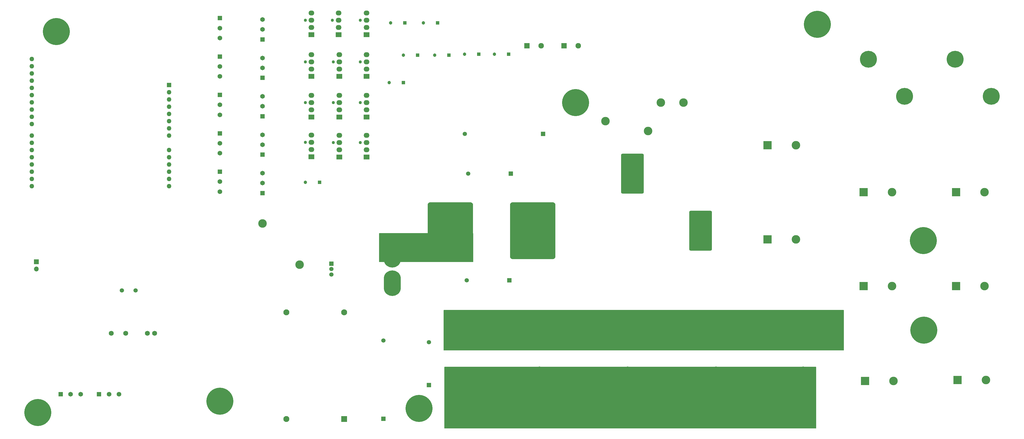
<source format=gbr>
%TF.GenerationSoftware,KiCad,Pcbnew,9.0.0*%
%TF.CreationDate,2025-04-28T23:59:21-07:00*%
%TF.ProjectId,DynamicBrakeGrid,44796e61-6d69-4634-9272-616b65477269,rev?*%
%TF.SameCoordinates,Original*%
%TF.FileFunction,Soldermask,Bot*%
%TF.FilePolarity,Negative*%
%FSLAX46Y46*%
G04 Gerber Fmt 4.6, Leading zero omitted, Abs format (unit mm)*
G04 Created by KiCad (PCBNEW 9.0.0) date 2025-04-28 23:59:21*
%MOMM*%
%LPD*%
G01*
G04 APERTURE LIST*
G04 Aperture macros list*
%AMRoundRect*
0 Rectangle with rounded corners*
0 $1 Rounding radius*
0 $2 $3 $4 $5 $6 $7 $8 $9 X,Y pos of 4 corners*
0 Add a 4 corners polygon primitive as box body*
4,1,4,$2,$3,$4,$5,$6,$7,$8,$9,$2,$3,0*
0 Add four circle primitives for the rounded corners*
1,1,$1+$1,$2,$3*
1,1,$1+$1,$4,$5*
1,1,$1+$1,$6,$7*
1,1,$1+$1,$8,$9*
0 Add four rect primitives between the rounded corners*
20,1,$1+$1,$2,$3,$4,$5,0*
20,1,$1+$1,$4,$5,$6,$7,0*
20,1,$1+$1,$6,$7,$8,$9,0*
20,1,$1+$1,$8,$9,$2,$3,0*%
%AMHorizOval*
0 Thick line with rounded ends*
0 $1 width*
0 $2 $3 position (X,Y) of the first rounded end (center of the circle)*
0 $4 $5 position (X,Y) of the second rounded end (center of the circle)*
0 Add line between two ends*
20,1,$1,$2,$3,$4,$5,0*
0 Add two circle primitives to create the rounded ends*
1,1,$1,$2,$3*
1,1,$1,$4,$5*%
G04 Aperture macros list end*
%ADD10C,0.200000*%
%ADD11C,5.940000*%
%ADD12C,1.100000*%
%ADD13R,2.030000X1.730000*%
%ADD14O,2.030000X1.730000*%
%ADD15R,1.950000X1.950000*%
%ADD16C,1.950000*%
%ADD17R,3.000000X3.000000*%
%ADD18C,3.000000*%
%ADD19C,9.500000*%
%ADD20R,1.500000X1.500000*%
%ADD21C,1.500000*%
%ADD22R,1.200000X1.200000*%
%ADD23C,1.200000*%
%ADD24RoundRect,1.000000X7.000000X9.000000X-7.000000X9.000000X-7.000000X-9.000000X7.000000X-9.000000X0*%
%ADD25RoundRect,0.500000X-3.500000X6.500000X-3.500000X-6.500000X3.500000X-6.500000X3.500000X6.500000X0*%
%ADD26R,1.650000X1.650000*%
%ADD27C,1.650000*%
%ADD28R,1.700000X1.700000*%
%ADD29O,1.700000X1.700000*%
%ADD30R,1.600000X1.600000*%
%ADD31O,1.600000X1.600000*%
%ADD32C,1.725000*%
%ADD33R,2.100000X2.100000*%
%ADD34C,2.100000*%
%ADD35HorizOval,0.800000X0.000000X0.000000X0.000000X0.000000X0*%
%ADD36HorizOval,0.800000X0.000000X0.000000X0.000000X0.000000X0*%
%ADD37C,0.800000*%
%ADD38O,6.000000X9.000000*%
G04 APERTURE END LIST*
D10*
X148750000Y-133000000D02*
X289250000Y-133000000D01*
X289250000Y-147000000D01*
X148750000Y-147000000D01*
X148750000Y-133000000D01*
G36*
X148750000Y-133000000D02*
G01*
X289250000Y-133000000D01*
X289250000Y-147000000D01*
X148750000Y-147000000D01*
X148750000Y-133000000D01*
G37*
X149000000Y-153000000D02*
X279500000Y-153000000D01*
X279500000Y-174500000D01*
X149000000Y-174500000D01*
X149000000Y-153000000D01*
G36*
X149000000Y-153000000D02*
G01*
X279500000Y-153000000D01*
X279500000Y-174500000D01*
X149000000Y-174500000D01*
X149000000Y-153000000D01*
G37*
X126000000Y-106000000D02*
X159000000Y-106000000D01*
X159000000Y-116000000D01*
X126000000Y-116000000D01*
X126000000Y-106000000D01*
G36*
X126000000Y-106000000D02*
G01*
X159000000Y-106000000D01*
X159000000Y-116000000D01*
X126000000Y-116000000D01*
X126000000Y-106000000D01*
G37*
D11*
%TO.C,J18*%
X310650000Y-57775000D03*
X297950000Y-44775000D03*
%TD*%
D12*
%TO.C,M2*%
X100000000Y-60000000D03*
D13*
X102160000Y-65080000D03*
D14*
X102160000Y-62540000D03*
X102160000Y-60000000D03*
X102160000Y-57460000D03*
%TD*%
D11*
%TO.C,J13*%
X341150000Y-57775000D03*
X328450000Y-44775000D03*
%TD*%
D15*
%TO.C,J1*%
X191000000Y-40000000D03*
D16*
X196000000Y-40000000D03*
%TD*%
D12*
%TO.C,M7*%
X109840000Y-74040000D03*
D13*
X112000000Y-79120000D03*
D14*
X112000000Y-76580000D03*
X112000000Y-74040000D03*
X112000000Y-71500000D03*
%TD*%
D17*
%TO.C,C12*%
X296300000Y-91500000D03*
D18*
X306300000Y-91500000D03*
%TD*%
D19*
%TO.C,H10*%
X70000000Y-165000000D03*
%TD*%
D11*
%TO.C,J22*%
X169650000Y-142725000D03*
X182350000Y-155725000D03*
%TD*%
D18*
%TO.C,TP25*%
X233000000Y-60000000D03*
%TD*%
D20*
%TO.C,C102*%
X143500000Y-159275000D03*
D21*
X143500000Y-144275000D03*
%TD*%
D22*
%TO.C,C6*%
X134500000Y-53000000D03*
D23*
X129500000Y-53000000D03*
%TD*%
D12*
%TO.C,M3*%
X100000000Y-45720000D03*
D13*
X102160000Y-50800000D03*
D14*
X102160000Y-48260000D03*
X102160000Y-45720000D03*
X102160000Y-43180000D03*
%TD*%
D20*
%TO.C,C104*%
X127500000Y-171125000D03*
D21*
X127500000Y-143625000D03*
%TD*%
D12*
%TO.C,M11*%
X119340000Y-59960000D03*
D13*
X121500000Y-65040000D03*
D14*
X121500000Y-62500000D03*
X121500000Y-59960000D03*
X121500000Y-57420000D03*
%TD*%
D12*
%TO.C,M6*%
X109840000Y-59960000D03*
D13*
X112000000Y-65040000D03*
D14*
X112000000Y-62500000D03*
X112000000Y-59960000D03*
X112000000Y-57420000D03*
%TD*%
D17*
%TO.C,C18*%
X262500000Y-108100000D03*
D18*
X272500000Y-108100000D03*
%TD*%
D24*
%TO.C,Q1*%
X151000000Y-105000000D03*
X180000000Y-105000000D03*
D25*
X215000000Y-85000000D03*
X239000000Y-105000000D03*
%TD*%
D19*
%TO.C,H9*%
X195000000Y-60000000D03*
%TD*%
D20*
%TO.C,C98*%
X183625000Y-71000000D03*
D21*
X156125000Y-71000000D03*
%TD*%
D12*
%TO.C,M10*%
X119340000Y-45720000D03*
D13*
X121500000Y-50800000D03*
D14*
X121500000Y-48260000D03*
X121500000Y-45720000D03*
X121500000Y-43180000D03*
%TD*%
D26*
%TO.C,J15*%
X27500000Y-162500000D03*
D27*
X31000000Y-162500000D03*
X34500000Y-162500000D03*
%TD*%
D26*
%TO.C,J9*%
X70000000Y-70800000D03*
D27*
X70000000Y-74300000D03*
X70000000Y-77800000D03*
%TD*%
D22*
%TO.C,C4*%
X139500000Y-43300000D03*
D23*
X134500000Y-43300000D03*
%TD*%
D17*
%TO.C,C13*%
X296300000Y-124500000D03*
D18*
X306300000Y-124500000D03*
%TD*%
%TO.C,TP26*%
X98000000Y-117000000D03*
%TD*%
D26*
%TO.C,J14*%
X14000000Y-162500000D03*
D27*
X17500000Y-162500000D03*
X21000000Y-162500000D03*
%TD*%
D19*
%TO.C,H4*%
X317300000Y-108500000D03*
%TD*%
%TO.C,H1*%
X12500000Y-35000000D03*
%TD*%
D17*
%TO.C,C15*%
X328800000Y-124500000D03*
D18*
X338800000Y-124500000D03*
%TD*%
D26*
%TO.C,J5*%
X70000000Y-30300000D03*
D27*
X70000000Y-33800000D03*
X70000000Y-37300000D03*
%TD*%
D21*
%TO.C,Y1*%
X35500000Y-126000000D03*
X40380000Y-126000000D03*
%TD*%
D15*
%TO.C,J2*%
X177900000Y-40000000D03*
D16*
X182900000Y-40000000D03*
%TD*%
D26*
%TO.C,J12*%
X85000000Y-51300000D03*
D27*
X85000000Y-47800000D03*
X85000000Y-44300000D03*
%TD*%
D26*
%TO.C,J25*%
X85000000Y-37800000D03*
D27*
X85000000Y-34300000D03*
X85000000Y-30800000D03*
%TD*%
D28*
%TO.C,JP1*%
X5500000Y-115975000D03*
D29*
X5500000Y-118515000D03*
%TD*%
D12*
%TO.C,M9*%
X119340000Y-31000000D03*
D13*
X121500000Y-36080000D03*
D14*
X121500000Y-33540000D03*
X121500000Y-31000000D03*
X121500000Y-28460000D03*
%TD*%
D22*
%TO.C,C9*%
X150500000Y-43300000D03*
D23*
X145500000Y-43300000D03*
%TD*%
D26*
%TO.C,J7*%
X70000000Y-43800000D03*
D27*
X70000000Y-47300000D03*
X70000000Y-50800000D03*
%TD*%
D12*
%TO.C,M4*%
X109540000Y-31000000D03*
D13*
X111700000Y-36080000D03*
D14*
X111700000Y-33540000D03*
X111700000Y-31000000D03*
X111700000Y-28460000D03*
%TD*%
D26*
%TO.C,J24*%
X70000000Y-84300000D03*
D27*
X70000000Y-87800000D03*
X70000000Y-91300000D03*
%TD*%
D22*
%TO.C,C5*%
X135000000Y-32000000D03*
D23*
X130000000Y-32000000D03*
%TD*%
D18*
%TO.C,TP27*%
X85000000Y-102500000D03*
%TD*%
D26*
%TO.C,J6*%
X85000000Y-91800000D03*
D27*
X85000000Y-88300000D03*
X85000000Y-84800000D03*
%TD*%
D22*
%TO.C,C8*%
X161000000Y-43000000D03*
D23*
X156000000Y-43000000D03*
%TD*%
D30*
%TO.C,A1*%
X52130000Y-53825000D03*
D31*
X52130000Y-56365000D03*
X52130000Y-58905000D03*
X52130000Y-61445000D03*
X52130000Y-63985000D03*
X52130000Y-66525000D03*
X52130000Y-69065000D03*
X52130000Y-71605000D03*
X52130000Y-76685000D03*
X52130000Y-79225000D03*
X52130000Y-81765000D03*
X52130000Y-84305000D03*
X52130000Y-86845000D03*
X52130000Y-89385000D03*
X3870000Y-89385000D03*
X3870000Y-86845000D03*
X3870000Y-84305000D03*
X3870000Y-81765000D03*
X3870000Y-79225000D03*
X3870000Y-76685000D03*
X3870000Y-74145000D03*
X3870000Y-71605000D03*
X3870000Y-67545000D03*
X3870000Y-65005000D03*
X3870000Y-62465000D03*
X3870000Y-59925000D03*
X3870000Y-57385000D03*
X3870000Y-54845000D03*
X3870000Y-52305000D03*
X3870000Y-49765000D03*
X3870000Y-47225000D03*
X3870000Y-44685000D03*
%TD*%
D19*
%TO.C,H2*%
X317500000Y-140000000D03*
%TD*%
D20*
%TO.C,C96*%
X172275000Y-85000000D03*
D21*
X157275000Y-85000000D03*
%TD*%
D17*
%TO.C,C19*%
X329300000Y-157500000D03*
D18*
X339300000Y-157500000D03*
%TD*%
%TO.C,TP23*%
X220500000Y-69975000D03*
%TD*%
D32*
%TO.C,PS1*%
X47075000Y-141115000D03*
X44535000Y-141115000D03*
X36915000Y-141115000D03*
X31835000Y-141115000D03*
%TD*%
D11*
%TO.C,J20*%
X231650000Y-142725000D03*
X244350000Y-155725000D03*
%TD*%
D17*
%TO.C,C16*%
X296800000Y-157850000D03*
D18*
X306800000Y-157850000D03*
%TD*%
D26*
%TO.C,J8*%
X70000000Y-57300000D03*
D27*
X70000000Y-60800000D03*
X70000000Y-64300000D03*
%TD*%
D12*
%TO.C,M8*%
X100000000Y-31000000D03*
D13*
X102160000Y-36080000D03*
D14*
X102160000Y-33540000D03*
X102160000Y-31000000D03*
X102160000Y-28460000D03*
%TD*%
D26*
%TO.C,J10*%
X85000000Y-78300000D03*
D27*
X85000000Y-74800000D03*
X85000000Y-71300000D03*
%TD*%
D22*
%TO.C,C3*%
X146500000Y-32000000D03*
D23*
X141500000Y-32000000D03*
%TD*%
D20*
%TO.C,C103*%
X155000000Y-159275000D03*
D21*
X155000000Y-144275000D03*
%TD*%
D12*
%TO.C,M5*%
X109840000Y-45720000D03*
D13*
X112000000Y-50800000D03*
D14*
X112000000Y-48260000D03*
X112000000Y-45720000D03*
X112000000Y-43180000D03*
%TD*%
D33*
%TO.C,C87*%
X113650000Y-171250000D03*
D34*
X113650000Y-133750000D03*
X93350000Y-171250000D03*
X93350000Y-133750000D03*
%TD*%
D17*
%TO.C,C14*%
X328800000Y-91500000D03*
D18*
X338800000Y-91500000D03*
%TD*%
D19*
%TO.C,H8*%
X280000000Y-32500000D03*
%TD*%
D17*
%TO.C,C17*%
X262500000Y-75000000D03*
D18*
X272500000Y-75000000D03*
%TD*%
D26*
%TO.C,J11*%
X85000000Y-64800000D03*
D27*
X85000000Y-61300000D03*
X85000000Y-57800000D03*
%TD*%
D19*
%TO.C,H7*%
X140000000Y-167500000D03*
%TD*%
D22*
%TO.C,C2*%
X105000000Y-88000000D03*
D23*
X100000000Y-88000000D03*
%TD*%
D20*
%TO.C,C97*%
X171775000Y-122500000D03*
D21*
X156775000Y-122500000D03*
%TD*%
D12*
%TO.C,M12*%
X119340000Y-74040000D03*
D13*
X121500000Y-79120000D03*
D14*
X121500000Y-76580000D03*
X121500000Y-74040000D03*
X121500000Y-71500000D03*
%TD*%
D12*
%TO.C,M1*%
X100000000Y-74000000D03*
D13*
X102160000Y-79080000D03*
D14*
X102160000Y-76540000D03*
X102160000Y-74000000D03*
X102160000Y-71460000D03*
%TD*%
D19*
%TO.C,H3*%
X6000000Y-169000000D03*
%TD*%
D11*
%TO.C,J21*%
X200650000Y-142725000D03*
X213350000Y-155725000D03*
%TD*%
D18*
%TO.C,TP28*%
X205500000Y-66500000D03*
%TD*%
%TO.C,TP24*%
X225000000Y-60000000D03*
%TD*%
D11*
%TO.C,J19*%
X262300000Y-142725000D03*
X275000000Y-155725000D03*
%TD*%
D20*
%TO.C,U6*%
X109175000Y-116600000D03*
D21*
X109175000Y-118510000D03*
X109175000Y-120420000D03*
D35*
X131205000Y-119560000D03*
D36*
X129945000Y-119560000D03*
D37*
X132235000Y-120310000D03*
X128915000Y-120310000D03*
X132625000Y-121510000D03*
X128525000Y-121510000D03*
X132625000Y-122840000D03*
X128525000Y-122840000D03*
D38*
X130575000Y-123510000D03*
D37*
X132625000Y-124180000D03*
X128525000Y-124180000D03*
X132625000Y-125510000D03*
X128525000Y-125510000D03*
X132235000Y-126710000D03*
X128915000Y-126710000D03*
X131205000Y-127460000D03*
X129945000Y-127460000D03*
X131205000Y-109560000D03*
X129945000Y-109560000D03*
X132235000Y-110310000D03*
X128915000Y-110310000D03*
X132625000Y-111510000D03*
X128525000Y-111510000D03*
X132625000Y-112840000D03*
X128525000Y-112840000D03*
D38*
X130575000Y-113510000D03*
D37*
X132625000Y-114180000D03*
X128525000Y-114180000D03*
X132625000Y-115510000D03*
X128525000Y-115510000D03*
X132235000Y-116710000D03*
X128915000Y-116710000D03*
D36*
X131205000Y-117460000D03*
D35*
X129945000Y-117460000D03*
%TD*%
D22*
%TO.C,C7*%
X171500000Y-43000000D03*
D23*
X166500000Y-43000000D03*
%TD*%
M02*

</source>
